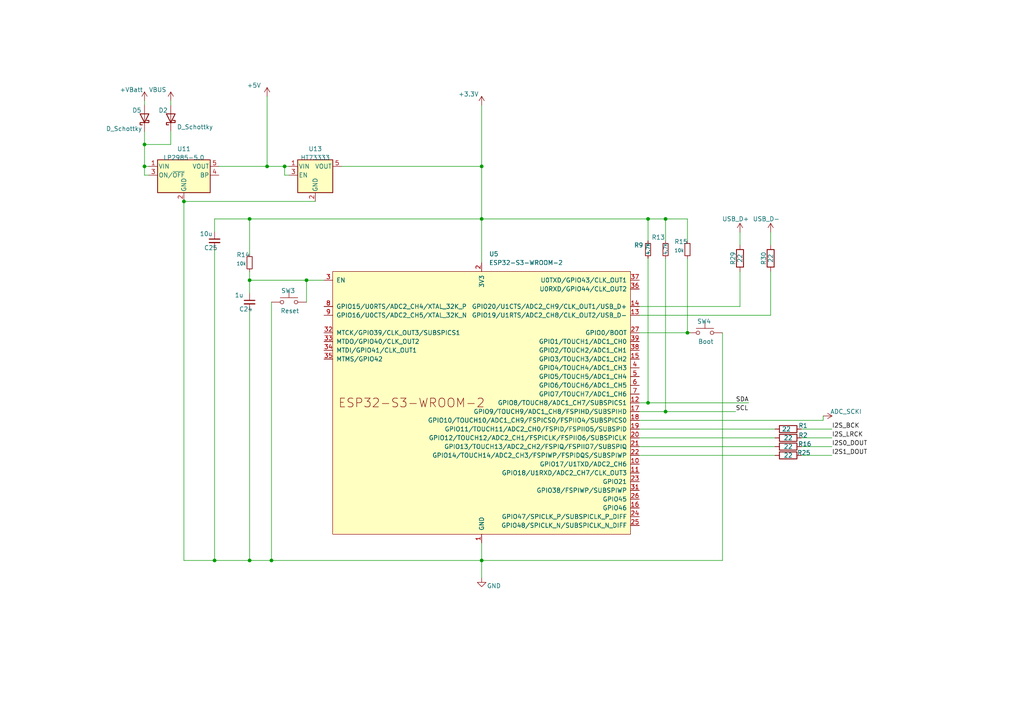
<source format=kicad_sch>
(kicad_sch (version 20250114) (generator "eeschema") (generator_version "9.0")
  (paper "A4")
  (lib_symbols
    (symbol "+3.3V_1" (power) (pin_names (offset 0))
      (property "Value" "+3.3V" (at 0 3.556 0))
      (symbol "+3.3V_1_0_1"
        (polyline (pts (xy -0.762 1.27) (xy 0 2.54)))
        (polyline (pts (xy 0 2.54) (xy 0.762 1.27)))
        (polyline (pts (xy 0 0) (xy 0 2.54)))
      )
      (symbol "+3.3V_1_1_1"
        (pin power_in line (at 0 0 90) (length 0) (hide yes) (name "+3.3V") (number "1"))
      )
    )
    (symbol "+3.3V_5" (power) (pin_names (offset 0))
      (property "Value" "+3.3V" (at 0 3.556 0))
      (symbol "+3.3V_5_0_1"
        (polyline (pts (xy -0.762 1.27) (xy 0 2.54)))
        (polyline (pts (xy 0 2.54) (xy 0.762 1.27)))
        (polyline (pts (xy 0 0) (xy 0 2.54)))
      )
      (symbol "+3.3V_5_1_1"
        (pin power_in line (at 0 0 90) (length 0) (hide yes) (name "+3.3V") (number "1"))
      )
    )
    (symbol "Device:D_Schottky" (pin_numbers (hide yes)) (pin_names (offset 1.016) (hide yes))
      (property "Reference" "D" (at 0 2.54 0))
      (property "Value" "D_Schottky" (at 0 -2.54 0))
      (symbol "D_Schottky_0_1"
        (polyline (pts (xy -1.905 0.635) (xy -1.905 1.27) (xy -1.27 1.27) (xy -1.27 -1.27) (xy -0.635 -1.27) (xy -0.635 -0.635)) (stroke (width 0.254)))
        (polyline (pts (xy 1.27 1.27) (xy 1.27 -1.27) (xy -1.27 0) (xy 1.27 1.27)) (stroke (width 0.254)))
        (polyline (pts (xy 1.27 0) (xy -1.27 0)))
      )
      (symbol "D_Schottky_1_1"
        (pin passive line (at -3.81 0 0) (length 2.54) (name "K") (number "1"))
        (pin passive line (at 3.81 0 180) (length 2.54) (name "A") (number "2"))
      )
    )
    (symbol "Device:R" (pin_numbers (hide yes)) (pin_names (offset 0))
      (property "Reference" "R" (at 2.032 0 90))
      (property "Value" "R" (at 0 0 90))
      (symbol "R_0_1"
        (rectangle (start -1.016 -2.54) (end 1.016 2.54) (stroke (width 0.254)))
      )
      (symbol "R_1_1"
        (pin passive line (at 0 3.81 270) (length 1.27) (name "~") (number "1"))
        (pin passive line (at 0 -3.81 90) (length 1.27) (name "~") (number "2"))
      )
    )
    (symbol "Device:R_Small" (pin_numbers (hide yes)) (pin_names (offset 0.254) (hide yes))
      (property "Reference" "R" (at 0 0 90))
      (property "Value" "R_Small" (at 1.778 0 90))
      (symbol "R_Small_0_1"
        (rectangle (start -0.762 1.778) (end 0.762 -1.778) (stroke (width 0.2032)))
      )
      (symbol "R_Small_1_1"
        (pin passive line (at 0 2.54 270) (length 0.762) (name "~") (number "1"))
        (pin passive line (at 0 -2.54 90) (length 0.762) (name "~") (number "2"))
      )
    )
    (symbol "GND_9" (power) (pin_names (offset 0))
      (property "Value" "GND" (at 0 -3.81 0))
      (symbol "GND_9_0_1"
        (polyline (pts (xy 0 0) (xy 0 -1.27) (xy 1.27 -1.27) (xy 0 -2.54) (xy -1.27 -1.27) (xy 0 -1.27)))
      )
      (symbol "GND_9_1_1"
        (pin power_in line (at 0 0 270) (length 0) (hide yes) (name "GND") (number "1"))
      )
    )
    (symbol "PCM_Espressif:ESP32-S3-WROOM-2" (pin_names (offset 1.016))
      (property "Reference" "U" (at -43.18 43.18 0))
      (property "Value" "ESP32-S3-WROOM-2" (at -43.18 40.64 0))
      (symbol "ESP32-S3-WROOM-2_0_0"
        (text "ESP32-S3-WROOM-2" (at -20.32 0 0) (effects (font (size 2.54 2.54))))
        (pin input line (at -45.72 35.56 0) (length 2.54) (name "EN") (number "3"))
        (pin bidirectional line (at -45.72 27.94 0) (length 2.54) (name "GPIO15/U0RTS/ADC2_CH4/XTAL_32K_P") (number "8"))
        (pin bidirectional line (at -45.72 25.4 0) (length 2.54) (name "GPIO16/U0CTS/ADC2_CH5/XTAL_32K_N") (number "9"))
        (pin bidirectional line (at -45.72 20.32 0) (length 2.54) (name "MTCK/GPIO39/CLK_OUT3/SUBSPICS1") (number "32"))
        (pin bidirectional line (at -45.72 17.78 0) (length 2.54) (name "MTDO/GPIO40/CLK_OUT2") (number "33"))
        (pin bidirectional line (at -45.72 15.24 0) (length 2.54) (name "MTDI/GPIO41/CLK_OUT1") (number "34"))
        (pin bidirectional line (at -45.72 12.7 0) (length 2.54) (name "MTMS/GPIO42") (number "35"))
        (pin no_connect line (at -43.18 -30.48 0) (length 2.54) (hide yes) (name "NC") (number "30"))
        (pin no_connect line (at -43.18 -33.02 0) (length 2.54) (hide yes) (name "NC") (number "29"))
        (pin no_connect line (at -43.18 -35.56 0) (length 2.54) (hide yes) (name "NC") (number "28"))
        (pin power_in line (at 0 40.64 270) (length 2.54) (name "3V3") (number "2"))
        (pin power_in line (at 0 -40.64 90) (length 2.54) (name "GND") (number "1"))
        (pin passive line (at 0 -40.64 90) (length 2.54) (hide yes) (name "GND") (number "40"))
        (pin passive line (at 0 -40.64 90) (length 2.54) (hide yes) (name "GND") (number "41"))
        (pin bidirectional line (at 45.72 35.56 180) (length 2.54) (name "U0TXD/GPIO43/CLK_OUT1") (number "37"))
        (pin bidirectional line (at 45.72 33.02 180) (length 2.54) (name "U0RXD/GPIO44/CLK_OUT2") (number "36"))
        (pin bidirectional line (at 45.72 27.94 180) (length 2.54) (name "GPIO20/U1CTS/ADC2_CH9/CLK_OUT1/USB_D+") (number "14"))
        (pin bidirectional line (at 45.72 25.4 180) (length 2.54) (name "GPIO19/U1RTS/ADC2_CH8/CLK_OUT2/USB_D-") (number "13"))
        (pin bidirectional line (at 45.72 20.32 180) (length 2.54) (name "GPIO0/BOOT") (number "27"))
        (pin bidirectional line (at 45.72 17.78 180) (length 2.54) (name "GPIO1/TOUCH1/ADC1_CH0") (number "39"))
        (pin bidirectional line (at 45.72 15.24 180) (length 2.54) (name "GPIO2/TOUCH2/ADC1_CH1") (number "38"))
        (pin bidirectional line (at 45.72 12.7 180) (length 2.54) (name "GPIO3/TOUCH3/ADC1_CH2") (number "15"))
        (pin bidirectional line (at 45.72 10.16 180) (length 2.54) (name "GPIO4/TOUCH4/ADC1_CH3") (number "4"))
        (pin bidirectional line (at 45.72 7.62 180) (length 2.54) (name "GPIO5/TOUCH5/ADC1_CH4") (number "5"))
        (pin bidirectional line (at 45.72 5.08 180) (length 2.54) (name "GPIO6/TOUCH6/ADC1_CH5") (number "6"))
        (pin bidirectional line (at 45.72 2.54 180) (length 2.54) (name "GPIO7/TOUCH7/ADC1_CH6") (number "7"))
        (pin bidirectional line (at 45.72 0 180) (length 2.54) (name "GPIO8/TOUCH8/ADC1_CH7/SUBSPICS1") (number "12"))
        (pin bidirectional line (at 45.72 -2.54 180) (length 2.54) (name "GPIO9/TOUCH9/ADC1_CH8/FSPIHD/SUBSPIHD") (number "17"))
        (pin bidirectional line (at 45.72 -5.08 180) (length 2.54) (name "GPIO10/TOUCH10/ADC1_CH9/FSPICS0/FSPIIO4/SUBSPICS0") (number "18"))
        (pin bidirectional line (at 45.72 -7.62 180) (length 2.54) (name "GPIO11/TOUCH11/ADC2_CH0/FSPID/FSPIIO5/SUBSPID") (number "19"))
        (pin bidirectional line (at 45.72 -10.16 180) (length 2.54) (name "GPIO12/TOUCH12/ADC2_CH1/FSPICLK/FSPIIO6/SUBSPICLK") (number "20"))
        (pin bidirectional line (at 45.72 -12.7 180) (length 2.54) (name "GPIO13/TOUCH13/ADC2_CH2/FSPIQ/FSPIIO7/SUBSPIQ") (number "21"))
        (pin bidirectional line (at 45.72 -15.24 180) (length 2.54) (name "GPIO14/TOUCH14/ADC2_CH3/FSPIWP/FSPIDQS/SUBSPIWP") (number "22"))
        (pin bidirectional line (at 45.72 -17.78 180) (length 2.54) (name "GPIO17/U1TXD/ADC2_CH6") (number "10"))
        (pin bidirectional line (at 45.72 -20.32 180) (length 2.54) (name "GPIO18/U1RXD/ADC2_CH7/CLK_OUT3") (number "11"))
        (pin bidirectional line (at 45.72 -22.86 180) (length 2.54) (name "GPIO21") (number "23"))
        (pin bidirectional line (at 45.72 -25.4 180) (length 2.54) (name "GPIO38/FSPIWP/SUBSPIWP") (number "31"))
        (pin bidirectional line (at 45.72 -27.94 180) (length 2.54) (name "GPIO45") (number "26"))
        (pin bidirectional line (at 45.72 -30.48 180) (length 2.54) (name "GPIO46") (number "16"))
        (pin bidirectional line (at 45.72 -33.02 180) (length 2.54) (name "GPIO47/SPICLK_P/SUBSPICLK_P_DIFF") (number "24"))
        (pin bidirectional line (at 45.72 -35.56 180) (length 2.54) (name "GPIO48/SPICLK_N/SUBSPICLK_N_DIFF") (number "25"))
      )
      (symbol "ESP32-S3-WROOM-2_0_1"
        (rectangle (start -43.18 38.1) (end 43.18 -38.1) (fill (type background)))
      )
    )
    (symbol "Regulator_Linear:AP2112K-3.3" (pin_names (offset 0.254))
      (property "Reference" "U" (at -5.08 5.715 0))
      (property "Value" "AP2112K-3.3" (at 0 5.715 0))
      (symbol "AP2112K-3.3_0_1"
        (rectangle (start -5.08 4.445) (end 5.08 -5.08) (stroke (width 0.254)) (fill (type background)))
      )
      (symbol "AP2112K-3.3_1_1"
        (pin power_in line (at -7.62 2.54 0) (length 2.54) (name "VIN") (number "1"))
        (pin input line (at -7.62 0 0) (length 2.54) (name "EN") (number "3"))
        (pin power_in line (at 0 -7.62 90) (length 2.54) (name "GND") (number "2"))
        (pin no_connect line (at 5.08 0 180) (length 2.54) (hide yes) (name "NC") (number "4"))
        (pin power_out line (at 7.62 2.54 180) (length 2.54) (name "VOUT") (number "5"))
      )
    )
    (symbol "Regulator_Linear:LP2985-5.0" (pin_names (offset 0.254))
      (property "Reference" "U" (at -6.35 5.715 0))
      (property "Value" "LP2985-5.0" (at 0 5.715 0))
      (symbol "LP2985-5.0_0_1"
        (rectangle (start -7.62 -5.08) (end 7.62 4.445) (stroke (width 0.254)) (fill (type background)))
      )
      (symbol "LP2985-5.0_1_1"
        (pin power_in line (at -10.16 2.54 0) (length 2.54) (name "VIN") (number "1"))
        (pin input line (at -10.16 0 0) (length 2.54) (name "ON/~{OFF}") (number "3"))
        (pin power_in line (at 0 -7.62 90) (length 2.54) (name "GND") (number "2"))
        (pin power_out line (at 10.16 2.54 180) (length 2.54) (name "VOUT") (number "5"))
        (pin input line (at 10.16 0 180) (length 2.54) (name "BP") (number "4"))
      )
    )
    (symbol "Switch:SW_Push" (pin_numbers (hide yes)) (pin_names (offset 1.016) (hide yes))
      (property "Reference" "SW" (at 1.27 2.54 0))
      (property "Value" "SW_Push" (at 0 -1.524 0))
      (symbol "SW_Push_0_1"
        (circle (center -2.032 0) (radius 0.508))
        (polyline (pts (xy 0 1.27) (xy 0 3.048)))
        (circle (center 2.032 0) (radius 0.508))
        (polyline (pts (xy 2.54 1.27) (xy -2.54 1.27)))
        (pin passive line (at -5.08 0 0) (length 2.54) (name "1") (number "1"))
        (pin passive line (at 5.08 0 180) (length 2.54) (name "2") (number "2"))
      )
    )
    (symbol "uRX:C_Small" (pin_numbers (hide yes)) (pin_names (offset 0.254) (hide yes))
      (property "Reference" "C" (at 0.254 1.778 0))
      (property "Value" "C_Small" (at 0.254 -2.032 0))
      (symbol "C_Small_0_1"
        (polyline (pts (xy -1.524 0.508) (xy 1.524 0.508)) (stroke (width 0.3048)))
        (polyline (pts (xy -1.524 -0.508) (xy 1.524 -0.508)) (stroke (width 0.3302)))
      )
      (symbol "C_Small_1_1"
        (pin passive line (at 0 2.54 270) (length 2.032) (name "~") (number "1"))
        (pin passive line (at 0 -2.54 90) (length 2.032) (name "~") (number "2"))
      )
    )
  )
  (junction (at 187.96 63.5))
  (junction (at 199.39 96.52))
  (junction (at 139.7 162.56))
  (junction (at 77.47 48.26))
  (junction (at 41.91 41.91))
  (junction (at 88.9 81.28))
  (junction (at 193.04 119.38))
  (junction (at 139.7 63.5))
  (junction (at 78.74 162.56))
  (junction (at 72.39 162.56))
  (junction (at 41.91 48.26))
  (junction (at 53.34 58.42))
  (junction (at 82.55 48.26))
  (junction (at 187.96 116.84))
  (junction (at 72.39 63.5))
  (junction (at 72.39 81.28))
  (junction (at 193.04 63.5))
  (junction (at 62.23 162.56))
  (junction (at 139.7 48.26))
  (wire (pts (xy 185.42 96.52) (xy 199.39 96.52)))
  (wire (pts (xy 232.41 127) (xy 241.3 127)))
  (wire (pts (xy 63.5 48.26) (xy 77.47 48.26)))
  (wire (pts (xy 82.55 48.26) (xy 83.82 48.26)))
  (wire (pts (xy 185.42 129.54) (xy 224.79 129.54)))
  (wire (pts (xy 187.96 63.5) (xy 193.04 63.5)))
  (wire (pts (xy 232.41 129.54) (xy 241.3 129.54)))
  (wire (pts (xy 232.41 132.08) (xy 241.3 132.08)))
  (wire (pts (xy 139.7 48.26) (xy 139.7 63.5)))
  (wire (pts (xy 82.55 50.8) (xy 82.55 48.26)))
  (wire (pts (xy 62.23 63.5) (xy 62.23 67.31)))
  (wire (pts (xy 187.96 63.5) (xy 187.96 69.85)))
  (wire (pts (xy 41.91 41.91) (xy 41.91 38.1)))
  (wire (pts (xy 223.52 67.31) (xy 223.52 71.12)))
  (wire (pts (xy 199.39 69.85) (xy 199.39 63.5)))
  (wire (pts (xy 72.39 63.5) (xy 139.7 63.5)))
  (wire (pts (xy 41.91 50.8) (xy 41.91 48.26)))
  (wire (pts (xy 43.18 50.8) (xy 41.91 50.8)))
  (wire (pts (xy 53.34 58.42) (xy 53.34 162.56)))
  (wire (pts (xy 214.63 67.31) (xy 214.63 71.12)))
  (wire (pts (xy 49.53 29.21) (xy 49.53 30.48)))
  (wire (pts (xy 72.39 90.17) (xy 72.39 162.56)))
  (wire (pts (xy 88.9 81.28) (xy 93.98 81.28)))
  (wire (pts (xy 41.91 29.21) (xy 41.91 30.48)))
  (wire (pts (xy 185.42 124.46) (xy 224.79 124.46)))
  (wire (pts (xy 193.04 119.38) (xy 193.04 74.93)))
  (wire (pts (xy 62.23 162.56) (xy 72.39 162.56)))
  (wire (pts (xy 62.23 72.39) (xy 62.23 162.56)))
  (wire (pts (xy 49.53 41.91) (xy 41.91 41.91)))
  (wire (pts (xy 78.74 87.63) (xy 78.74 162.56)))
  (wire (pts (xy 77.47 27.94) (xy 77.47 48.26)))
  (wire (pts (xy 139.7 30.48) (xy 139.7 48.26)))
  (wire (pts (xy 62.23 63.5) (xy 72.39 63.5)))
  (wire (pts (xy 72.39 162.56) (xy 78.74 162.56)))
  (wire (pts (xy 185.42 121.92) (xy 238.76 121.92)))
  (wire (pts (xy 72.39 81.28) (xy 88.9 81.28)))
  (wire (pts (xy 41.91 48.26) (xy 41.91 41.91)))
  (wire (pts (xy 185.42 132.08) (xy 224.79 132.08)))
  (wire (pts (xy 139.7 162.56) (xy 139.7 167.64)))
  (wire (pts (xy 214.63 88.9) (xy 185.42 88.9)))
  (wire (pts (xy 72.39 81.28) (xy 72.39 85.09)))
  (wire (pts (xy 185.42 91.44) (xy 223.52 91.44)))
  (wire (pts (xy 99.06 48.26) (xy 139.7 48.26)))
  (wire (pts (xy 209.55 162.56) (xy 139.7 162.56)))
  (wire (pts (xy 217.17 116.84) (xy 187.96 116.84)))
  (wire (pts (xy 78.74 162.56) (xy 139.7 162.56)))
  (wire (pts (xy 72.39 63.5) (xy 72.39 73.66)))
  (wire (pts (xy 139.7 157.48) (xy 139.7 162.56)))
  (wire (pts (xy 139.7 63.5) (xy 139.7 76.2)))
  (wire (pts (xy 185.42 127) (xy 224.79 127)))
  (wire (pts (xy 185.42 119.38) (xy 193.04 119.38)))
  (wire (pts (xy 185.42 116.84) (xy 187.96 116.84)))
  (wire (pts (xy 139.7 63.5) (xy 187.96 63.5)))
  (wire (pts (xy 232.41 124.46) (xy 241.3 124.46)))
  (wire (pts (xy 238.76 121.92) (xy 238.76 120.65)))
  (wire (pts (xy 49.53 38.1) (xy 49.53 41.91)))
  (wire (pts (xy 41.91 48.26) (xy 43.18 48.26)))
  (wire (pts (xy 223.52 91.44) (xy 223.52 78.74)))
  (wire (pts (xy 209.55 96.52) (xy 209.55 162.56)))
  (wire (pts (xy 83.82 50.8) (xy 82.55 50.8)))
  (wire (pts (xy 187.96 74.93) (xy 187.96 116.84)))
  (wire (pts (xy 88.9 87.63) (xy 88.9 81.28)))
  (wire (pts (xy 193.04 63.5) (xy 193.04 69.85)))
  (wire (pts (xy 77.47 48.26) (xy 82.55 48.26)))
  (wire (pts (xy 214.63 78.74) (xy 214.63 88.9)))
  (wire (pts (xy 53.34 162.56) (xy 62.23 162.56)))
  (wire (pts (xy 199.39 96.52) (xy 199.39 74.93)))
  (wire (pts (xy 72.39 78.74) (xy 72.39 81.28)))
  (wire (pts (xy 193.04 119.38) (xy 213.36 119.38)))
  (wire (pts (xy 193.04 63.5) (xy 199.39 63.5)))
  (wire (pts (xy 91.44 58.42) (xy 53.34 58.42)))
  (label "I2S_LRCK" (at 241.3 127 0))
  (label "I2S1_DOUT" (at 241.3 132.08 0))
  (label "SDA" (at 217.17 116.84 180))
  (label "I2S_BCK" (at 241.3 124.46 0))
  (label "I2S0_DOUT" (at 241.3 129.54 0))
  (label "SCL" (at 213.36 119.38 0))
  (symbol (lib_name "+3.3V_1") (lib_id "power:+3.3V") (at 214.63 67.31 0) (mirror y) (unit 1)
    (property "Reference" "#PWR032" (effects (hide yes)))
    (property "Value" "USB_D+" (at 213.36 63.5 0))
  )
  (symbol (lib_name "+3.3V_1") (lib_id "power:+3.3V") (at 223.52 67.31 0) (mirror y) (unit 1)
    (property "Reference" "#PWR033" (effects (hide yes)))
    (property "Value" "USB_D-" (at 222.25 63.5 0))
  )
  (symbol (lib_name "+3.3V_1") (lib_id "power:+3.3V") (at 41.91 29.21 0) (mirror y) (unit 1)
    (property "Reference" "#PWR026" (effects (hide yes)))
    (property "Value" "+VBatt" (at 38.1 26.035 0))
  )
  (symbol (lib_id "Device:R_Small") (at 187.96 72.39 0) (unit 1)
    (property "Reference" "R9" (at 183.896 71.12 0) (effects (justify left)))
    (property "Value" "4.7K" (at 187.96 73.914 90) (effects (font (size 0.9906 0.9906)) (justify left)))
    (property "Footprint" "Resistor_SMD:R_0603_1608Metric" (effects (hide yes)))
  )
  (symbol (lib_id "Regulator_Linear:LP2985-5.0") (at 53.34 50.8 0) (unit 1)
    (property "Reference" "U11" (at 53.34 43.18 0))
    (property "Value" "LP2985-5.0" (at 53.34 45.72 0))
    (property "Footprint" "Package_TO_SOT_SMD:SOT-23-5" (effects (hide yes)))
    (property "Datasheet" "http://www.ti.com/lit/ds/symlink/lp2985.pdf" (effects (hide yes)))
    (property "Description" "150mA 16V Low-noise Low-dropout Regulator With Shutdown, 5.0V output voltage, SOT-23-5" (effects (hide yes)))
  )
  (symbol (lib_name "GND_9") (lib_id "uRX:GND_9") (at 139.7 167.64 0) (unit 1)
    (property "Reference" "#PWR023" (effects (hide yes)))
    (property "Value" "GND" (at 143.256 169.926 0))
  )
  (symbol (lib_id "Device:R") (at 228.6 124.46 270) (unit 1)
    (property "Reference" "R1" (at 232.918 123.444 90))
    (property "Value" "22" (at 228.092 124.46 90))
    (property "Footprint" "Resistor_SMD:R_0603_1608Metric" (effects (hide yes)))
  )
  (symbol (lib_id "Switch:SW_Push") (at 204.47 96.52 0) (unit 1)
    (property "Reference" "SW4" (at 204.216 93.218 0))
    (property "Value" "Boot" (at 204.724 99.06 0))
    (property "Footprint" "Button_Switch_SMD:SW_Push_1P1T_NO_6x6mm_H9.5mm" (effects (hide yes)))
    (property "Description" "Push button switch, generic, two pins" (effects (hide yes)))
  )
  (symbol (lib_id "Device:R") (at 228.6 129.54 270) (unit 1)
    (property "Reference" "R16" (at 233.426 128.778 90))
    (property "Value" "22" (at 228.6 129.54 90))
    (property "Footprint" "Resistor_SMD:R_0603_1608Metric" (effects (hide yes)))
  )
  (symbol (lib_id "uRX:C_Small") (at 62.23 69.85 0) (unit 1)
    (property "Reference" "C25" (at 59.182 71.882 0) (effects (justify left)))
    (property "Value" "10u" (at 57.912 67.818 0) (effects (justify left)))
    (property "Footprint" "Capacitor_SMD:C_0603_1608Metric" (effects (hide yes)))
  )
  (symbol (lib_id "Device:R") (at 223.52 74.93 0) (unit 1)
    (property "Reference" "R30" (at 221.488 74.93 90))
    (property "Value" "22" (at 223.52 74.93 90))
    (property "Footprint" "Resistor_SMD:R_0603_1608Metric" (effects (hide yes)))
  )
  (symbol (lib_id "Device:R") (at 228.6 127 270) (unit 1)
    (property "Reference" "R2" (at 232.918 126.238 90))
    (property "Value" "22" (at 228.6 127 90))
    (property "Footprint" "Resistor_SMD:R_0603_1608Metric" (effects (hide yes)))
  )
  (symbol (lib_name "+3.3V_1") (lib_id "power:+3.3V") (at 49.53 29.21 0) (mirror y) (unit 1)
    (property "Reference" "#PWR022" (effects (hide yes)))
    (property "Value" "VBUS" (at 45.72 26.035 0))
  )
  (symbol (lib_id "PCM_Espressif:ESP32-S3-WROOM-2") (at 139.7 116.84 0) (unit 1)
    (property "Reference" "U5" (at 141.8433 73.66 0) (effects (justify left)))
    (property "Value" "ESP32-S3-WROOM-2" (at 141.8433 76.2 0) (effects (justify left)))
    (property "Footprint" "PCM_Espressif:ESP32-S3-WROOM-2" (effects (hide yes)))
    (property "Datasheet" "https://www.espressif.com/sites/default/files/documentation/esp32-s3-wroom-2_datasheet_en.pdf" (effects (hide yes)))
    (property "Description" "2.4 GHz WiFi (802.11 b/g/n) and Bluetooth ® 5 (LE) module Built around ESP32S3 series of SoCs, Xtensa ® dualcore 32bit LX7 microprocessor Flash up to 16 MB, PSRAM up to 8 MB 36 GPIOs, rich set of peripherals Onboard PCB antenna" (effects (hide yes)))
  )
  (symbol (lib_id "Device:D_Schottky") (at 41.91 34.29 90) (unit 1)
    (property "Reference" "D5" (at 38.354 32.004 90) (effects (justify right)))
    (property "Value" "D_Schottky" (at 30.734 37.338 90) (effects (justify right)))
    (property "Description" "Schottky diode" (effects (hide yes)))
  )
  (symbol (lib_name "+3.3V_1") (lib_id "power:+3.3V") (at 139.7 30.48 0) (mirror y) (unit 1)
    (property "Reference" "#PWR017" (effects (hide yes)))
    (property "Value" "+3.3V" (at 135.89 27.305 0))
  )
  (symbol (lib_id "uRX:C_Small") (at 72.39 87.63 0) (unit 1)
    (property "Reference" "C24" (at 69.342 89.662 0) (effects (justify left)))
    (property "Value" "1u" (at 68.072 85.598 0) (effects (justify left)))
    (property "Footprint" "Capacitor_SMD:C_0603_1608Metric" (effects (hide yes)))
  )
  (symbol (lib_id "Switch:SW_Push") (at 83.82 87.63 0) (unit 1)
    (property "Reference" "SW3" (at 83.566 84.328 0))
    (property "Value" "Reset" (at 84.074 90.17 0))
    (property "Footprint" "Button_Switch_SMD:SW_Push_1P1T_NO_6x6mm_H9.5mm" (effects (hide yes)))
    (property "Description" "Push button switch, generic, two pins" (effects (hide yes)))
  )
  (symbol (lib_id "Device:R") (at 214.63 74.93 0) (unit 1)
    (property "Reference" "R29" (at 212.598 74.93 90))
    (property "Value" "22" (at 214.63 74.93 90))
    (property "Footprint" "Resistor_SMD:R_0603_1608Metric" (effects (hide yes)))
  )
  (symbol (lib_id "Device:D_Schottky") (at 49.53 34.29 90) (unit 1)
    (property "Reference" "D2" (at 45.974 32.004 90) (effects (justify right)))
    (property "Value" "D_Schottky" (at 51.308 36.83 90) (effects (justify right)))
    (property "Footprint" "D_SMA" (effects (hide yes)))
    (property "Datasheet" "SS14 (LCSC C14948)" (effects (hide yes)))
    (property "Description" "Schottky diode" (effects (hide yes)))
  )
  (symbol (lib_id "Device:R") (at 228.6 132.08 270) (unit 1)
    (property "Reference" "R25" (at 233.172 131.318 90))
    (property "Value" "22" (at 228.6 132.08 90))
    (property "Footprint" "Resistor_SMD:R_0603_1608Metric" (effects (hide yes)))
  )
  (symbol (lib_name "+3.3V_5") (lib_id "power:+3.3V") (at 238.76 120.65 270) (unit 1)
    (property "Reference" "#PWR036" (effects (hide yes)))
    (property "Value" "ADC_SCKI" (at 240.792 119.38 90) (effects (justify left)))
  )
  (symbol (lib_id "Regulator_Linear:AP2112K-3.3") (at 91.44 50.8 0) (unit 1)
    (property "Reference" "U13" (at 91.44 43.18 0))
    (property "Value" "HT73333" (at 91.44 45.72 0))
    (property "Footprint" "Package_TO_SOT_SMD:SOT-23-5" (effects (hide yes)))
    (property "Datasheet" "https://www.diodes.com/assets/Datasheets/AP2112.pdf" (effects (hide yes)))
    (property "Description" "600mA low dropout linear regulator, with enable pin, 3.8V-6V input voltage range, 3.3V fixed positive output, SOT-23-5" (effects (hide yes)))
  )
  (symbol (lib_name "+3.3V_1") (lib_id "power:+3.3V") (at 77.47 27.94 0) (mirror y) (unit 1)
    (property "Reference" "#PWR024" (effects (hide yes)))
    (property "Value" "+5V" (at 73.66 24.765 0))
  )
  (symbol (lib_id "Device:R_Small") (at 199.39 72.39 0) (unit 1)
    (property "Reference" "R15" (at 195.58 70.104 0) (effects (justify left)))
    (property "Value" "10k" (at 195.58 72.644 0) (effects (font (size 0.9906 0.9906)) (justify left)))
    (property "Footprint" "Resistor_SMD:R_0603_1608Metric" (effects (hide yes)))
  )
  (symbol (lib_id "Device:R_Small") (at 72.39 76.2 0) (unit 1)
    (property "Reference" "R14" (at 68.58 73.914 0) (effects (justify left)))
    (property "Value" "10k" (at 68.58 76.454 0) (effects (font (size 0.9906 0.9906)) (justify left)))
    (property "Footprint" "Resistor_SMD:R_0603_1608Metric" (effects (hide yes)))
  )
  (symbol (lib_id "Device:R_Small") (at 193.04 72.39 0) (unit 1)
    (property "Reference" "R13" (at 188.976 68.834 0) (effects (justify left)))
    (property "Value" "4.7K" (at 193.04 73.914 90) (effects (font (size 0.9906 0.9906)) (justify left)))
    (property "Footprint" "Resistor_SMD:R_0603_1608Metric" (effects (hide yes)))
  )
)
</source>
